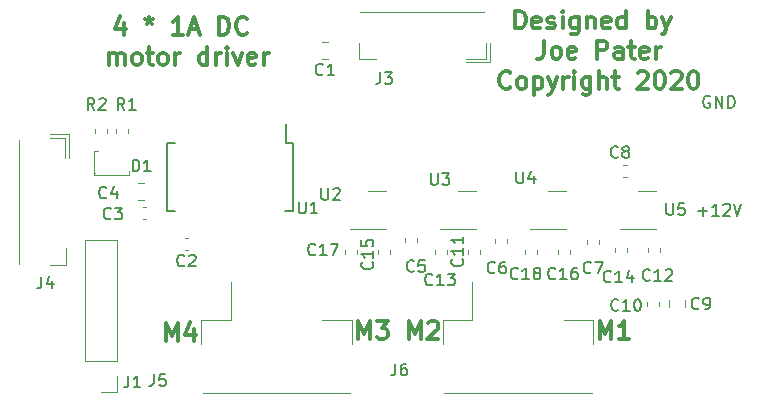
<source format=gbr>
%TF.GenerationSoftware,KiCad,Pcbnew,5.1.6-1.fc32*%
%TF.CreationDate,2020-07-03T14:53:20+01:00*%
%TF.ProjectId,4dc,3464632e-6b69-4636-9164-5f7063625858,rev?*%
%TF.SameCoordinates,Original*%
%TF.FileFunction,Legend,Top*%
%TF.FilePolarity,Positive*%
%FSLAX46Y46*%
G04 Gerber Fmt 4.6, Leading zero omitted, Abs format (unit mm)*
G04 Created by KiCad (PCBNEW 5.1.6-1.fc32) date 2020-07-03 14:53:20*
%MOMM*%
%LPD*%
G01*
G04 APERTURE LIST*
%ADD10C,0.300000*%
%ADD11C,0.120000*%
%ADD12C,0.150000*%
G04 APERTURE END LIST*
D10*
X136342857Y-105834571D02*
X136342857Y-104334571D01*
X136842857Y-105406000D01*
X137342857Y-104334571D01*
X137342857Y-105834571D01*
X137914285Y-104334571D02*
X138842857Y-104334571D01*
X138342857Y-104906000D01*
X138557142Y-104906000D01*
X138700000Y-104977428D01*
X138771428Y-105048857D01*
X138842857Y-105191714D01*
X138842857Y-105548857D01*
X138771428Y-105691714D01*
X138700000Y-105763142D01*
X138557142Y-105834571D01*
X138128571Y-105834571D01*
X137985714Y-105763142D01*
X137914285Y-105691714D01*
X140628571Y-105834571D02*
X140628571Y-104334571D01*
X141128571Y-105406000D01*
X141628571Y-104334571D01*
X141628571Y-105834571D01*
X142271428Y-104477428D02*
X142342857Y-104406000D01*
X142485714Y-104334571D01*
X142842857Y-104334571D01*
X142985714Y-104406000D01*
X143057142Y-104477428D01*
X143128571Y-104620285D01*
X143128571Y-104763142D01*
X143057142Y-104977428D01*
X142200000Y-105834571D01*
X143128571Y-105834571D01*
X156773714Y-105834571D02*
X156773714Y-104334571D01*
X157273714Y-105406000D01*
X157773714Y-104334571D01*
X157773714Y-105834571D01*
X159273714Y-105834571D02*
X158416571Y-105834571D01*
X158845142Y-105834571D02*
X158845142Y-104334571D01*
X158702285Y-104548857D01*
X158559428Y-104691714D01*
X158416571Y-104763142D01*
X120070714Y-105961571D02*
X120070714Y-104461571D01*
X120570714Y-105533000D01*
X121070714Y-104461571D01*
X121070714Y-105961571D01*
X122427857Y-104961571D02*
X122427857Y-105961571D01*
X122070714Y-104390142D02*
X121713571Y-105461571D01*
X122642142Y-105461571D01*
X149646571Y-79535571D02*
X149646571Y-78035571D01*
X150003714Y-78035571D01*
X150218000Y-78107000D01*
X150360857Y-78249857D01*
X150432285Y-78392714D01*
X150503714Y-78678428D01*
X150503714Y-78892714D01*
X150432285Y-79178428D01*
X150360857Y-79321285D01*
X150218000Y-79464142D01*
X150003714Y-79535571D01*
X149646571Y-79535571D01*
X151718000Y-79464142D02*
X151575142Y-79535571D01*
X151289428Y-79535571D01*
X151146571Y-79464142D01*
X151075142Y-79321285D01*
X151075142Y-78749857D01*
X151146571Y-78607000D01*
X151289428Y-78535571D01*
X151575142Y-78535571D01*
X151718000Y-78607000D01*
X151789428Y-78749857D01*
X151789428Y-78892714D01*
X151075142Y-79035571D01*
X152360857Y-79464142D02*
X152503714Y-79535571D01*
X152789428Y-79535571D01*
X152932285Y-79464142D01*
X153003714Y-79321285D01*
X153003714Y-79249857D01*
X152932285Y-79107000D01*
X152789428Y-79035571D01*
X152575142Y-79035571D01*
X152432285Y-78964142D01*
X152360857Y-78821285D01*
X152360857Y-78749857D01*
X152432285Y-78607000D01*
X152575142Y-78535571D01*
X152789428Y-78535571D01*
X152932285Y-78607000D01*
X153646571Y-79535571D02*
X153646571Y-78535571D01*
X153646571Y-78035571D02*
X153575142Y-78107000D01*
X153646571Y-78178428D01*
X153718000Y-78107000D01*
X153646571Y-78035571D01*
X153646571Y-78178428D01*
X155003714Y-78535571D02*
X155003714Y-79749857D01*
X154932285Y-79892714D01*
X154860857Y-79964142D01*
X154718000Y-80035571D01*
X154503714Y-80035571D01*
X154360857Y-79964142D01*
X155003714Y-79464142D02*
X154860857Y-79535571D01*
X154575142Y-79535571D01*
X154432285Y-79464142D01*
X154360857Y-79392714D01*
X154289428Y-79249857D01*
X154289428Y-78821285D01*
X154360857Y-78678428D01*
X154432285Y-78607000D01*
X154575142Y-78535571D01*
X154860857Y-78535571D01*
X155003714Y-78607000D01*
X155718000Y-78535571D02*
X155718000Y-79535571D01*
X155718000Y-78678428D02*
X155789428Y-78607000D01*
X155932285Y-78535571D01*
X156146571Y-78535571D01*
X156289428Y-78607000D01*
X156360857Y-78749857D01*
X156360857Y-79535571D01*
X157646571Y-79464142D02*
X157503714Y-79535571D01*
X157218000Y-79535571D01*
X157075142Y-79464142D01*
X157003714Y-79321285D01*
X157003714Y-78749857D01*
X157075142Y-78607000D01*
X157218000Y-78535571D01*
X157503714Y-78535571D01*
X157646571Y-78607000D01*
X157718000Y-78749857D01*
X157718000Y-78892714D01*
X157003714Y-79035571D01*
X159003714Y-79535571D02*
X159003714Y-78035571D01*
X159003714Y-79464142D02*
X158860857Y-79535571D01*
X158575142Y-79535571D01*
X158432285Y-79464142D01*
X158360857Y-79392714D01*
X158289428Y-79249857D01*
X158289428Y-78821285D01*
X158360857Y-78678428D01*
X158432285Y-78607000D01*
X158575142Y-78535571D01*
X158860857Y-78535571D01*
X159003714Y-78607000D01*
X160860857Y-79535571D02*
X160860857Y-78035571D01*
X160860857Y-78607000D02*
X161003714Y-78535571D01*
X161289428Y-78535571D01*
X161432285Y-78607000D01*
X161503714Y-78678428D01*
X161575142Y-78821285D01*
X161575142Y-79249857D01*
X161503714Y-79392714D01*
X161432285Y-79464142D01*
X161289428Y-79535571D01*
X161003714Y-79535571D01*
X160860857Y-79464142D01*
X162075142Y-78535571D02*
X162432285Y-79535571D01*
X162789428Y-78535571D02*
X162432285Y-79535571D01*
X162289428Y-79892714D01*
X162218000Y-79964142D01*
X162075142Y-80035571D01*
X152075142Y-80585571D02*
X152075142Y-81657000D01*
X152003714Y-81871285D01*
X151860857Y-82014142D01*
X151646571Y-82085571D01*
X151503714Y-82085571D01*
X153003714Y-82085571D02*
X152860857Y-82014142D01*
X152789428Y-81942714D01*
X152718000Y-81799857D01*
X152718000Y-81371285D01*
X152789428Y-81228428D01*
X152860857Y-81157000D01*
X153003714Y-81085571D01*
X153218000Y-81085571D01*
X153360857Y-81157000D01*
X153432285Y-81228428D01*
X153503714Y-81371285D01*
X153503714Y-81799857D01*
X153432285Y-81942714D01*
X153360857Y-82014142D01*
X153218000Y-82085571D01*
X153003714Y-82085571D01*
X154718000Y-82014142D02*
X154575142Y-82085571D01*
X154289428Y-82085571D01*
X154146571Y-82014142D01*
X154075142Y-81871285D01*
X154075142Y-81299857D01*
X154146571Y-81157000D01*
X154289428Y-81085571D01*
X154575142Y-81085571D01*
X154718000Y-81157000D01*
X154789428Y-81299857D01*
X154789428Y-81442714D01*
X154075142Y-81585571D01*
X156575142Y-82085571D02*
X156575142Y-80585571D01*
X157146571Y-80585571D01*
X157289428Y-80657000D01*
X157360857Y-80728428D01*
X157432285Y-80871285D01*
X157432285Y-81085571D01*
X157360857Y-81228428D01*
X157289428Y-81299857D01*
X157146571Y-81371285D01*
X156575142Y-81371285D01*
X158718000Y-82085571D02*
X158718000Y-81299857D01*
X158646571Y-81157000D01*
X158503714Y-81085571D01*
X158218000Y-81085571D01*
X158075142Y-81157000D01*
X158718000Y-82014142D02*
X158575142Y-82085571D01*
X158218000Y-82085571D01*
X158075142Y-82014142D01*
X158003714Y-81871285D01*
X158003714Y-81728428D01*
X158075142Y-81585571D01*
X158218000Y-81514142D01*
X158575142Y-81514142D01*
X158718000Y-81442714D01*
X159218000Y-81085571D02*
X159789428Y-81085571D01*
X159432285Y-80585571D02*
X159432285Y-81871285D01*
X159503714Y-82014142D01*
X159646571Y-82085571D01*
X159789428Y-82085571D01*
X160860857Y-82014142D02*
X160718000Y-82085571D01*
X160432285Y-82085571D01*
X160289428Y-82014142D01*
X160218000Y-81871285D01*
X160218000Y-81299857D01*
X160289428Y-81157000D01*
X160432285Y-81085571D01*
X160718000Y-81085571D01*
X160860857Y-81157000D01*
X160932285Y-81299857D01*
X160932285Y-81442714D01*
X160218000Y-81585571D01*
X161575142Y-82085571D02*
X161575142Y-81085571D01*
X161575142Y-81371285D02*
X161646571Y-81228428D01*
X161718000Y-81157000D01*
X161860857Y-81085571D01*
X162003714Y-81085571D01*
X149218000Y-84492714D02*
X149146571Y-84564142D01*
X148932285Y-84635571D01*
X148789428Y-84635571D01*
X148575142Y-84564142D01*
X148432285Y-84421285D01*
X148360857Y-84278428D01*
X148289428Y-83992714D01*
X148289428Y-83778428D01*
X148360857Y-83492714D01*
X148432285Y-83349857D01*
X148575142Y-83207000D01*
X148789428Y-83135571D01*
X148932285Y-83135571D01*
X149146571Y-83207000D01*
X149218000Y-83278428D01*
X150075142Y-84635571D02*
X149932285Y-84564142D01*
X149860857Y-84492714D01*
X149789428Y-84349857D01*
X149789428Y-83921285D01*
X149860857Y-83778428D01*
X149932285Y-83707000D01*
X150075142Y-83635571D01*
X150289428Y-83635571D01*
X150432285Y-83707000D01*
X150503714Y-83778428D01*
X150575142Y-83921285D01*
X150575142Y-84349857D01*
X150503714Y-84492714D01*
X150432285Y-84564142D01*
X150289428Y-84635571D01*
X150075142Y-84635571D01*
X151218000Y-83635571D02*
X151218000Y-85135571D01*
X151218000Y-83707000D02*
X151360857Y-83635571D01*
X151646571Y-83635571D01*
X151789428Y-83707000D01*
X151860857Y-83778428D01*
X151932285Y-83921285D01*
X151932285Y-84349857D01*
X151860857Y-84492714D01*
X151789428Y-84564142D01*
X151646571Y-84635571D01*
X151360857Y-84635571D01*
X151218000Y-84564142D01*
X152432285Y-83635571D02*
X152789428Y-84635571D01*
X153146571Y-83635571D02*
X152789428Y-84635571D01*
X152646571Y-84992714D01*
X152575142Y-85064142D01*
X152432285Y-85135571D01*
X153718000Y-84635571D02*
X153718000Y-83635571D01*
X153718000Y-83921285D02*
X153789428Y-83778428D01*
X153860857Y-83707000D01*
X154003714Y-83635571D01*
X154146571Y-83635571D01*
X154646571Y-84635571D02*
X154646571Y-83635571D01*
X154646571Y-83135571D02*
X154575142Y-83207000D01*
X154646571Y-83278428D01*
X154718000Y-83207000D01*
X154646571Y-83135571D01*
X154646571Y-83278428D01*
X156003714Y-83635571D02*
X156003714Y-84849857D01*
X155932285Y-84992714D01*
X155860857Y-85064142D01*
X155718000Y-85135571D01*
X155503714Y-85135571D01*
X155360857Y-85064142D01*
X156003714Y-84564142D02*
X155860857Y-84635571D01*
X155575142Y-84635571D01*
X155432285Y-84564142D01*
X155360857Y-84492714D01*
X155289428Y-84349857D01*
X155289428Y-83921285D01*
X155360857Y-83778428D01*
X155432285Y-83707000D01*
X155575142Y-83635571D01*
X155860857Y-83635571D01*
X156003714Y-83707000D01*
X156718000Y-84635571D02*
X156718000Y-83135571D01*
X157360857Y-84635571D02*
X157360857Y-83849857D01*
X157289428Y-83707000D01*
X157146571Y-83635571D01*
X156932285Y-83635571D01*
X156789428Y-83707000D01*
X156718000Y-83778428D01*
X157860857Y-83635571D02*
X158432285Y-83635571D01*
X158075142Y-83135571D02*
X158075142Y-84421285D01*
X158146571Y-84564142D01*
X158289428Y-84635571D01*
X158432285Y-84635571D01*
X160003714Y-83278428D02*
X160075142Y-83207000D01*
X160218000Y-83135571D01*
X160575142Y-83135571D01*
X160718000Y-83207000D01*
X160789428Y-83278428D01*
X160860857Y-83421285D01*
X160860857Y-83564142D01*
X160789428Y-83778428D01*
X159932285Y-84635571D01*
X160860857Y-84635571D01*
X161789428Y-83135571D02*
X161932285Y-83135571D01*
X162075142Y-83207000D01*
X162146571Y-83278428D01*
X162218000Y-83421285D01*
X162289428Y-83707000D01*
X162289428Y-84064142D01*
X162218000Y-84349857D01*
X162146571Y-84492714D01*
X162075142Y-84564142D01*
X161932285Y-84635571D01*
X161789428Y-84635571D01*
X161646571Y-84564142D01*
X161575142Y-84492714D01*
X161503714Y-84349857D01*
X161432285Y-84064142D01*
X161432285Y-83707000D01*
X161503714Y-83421285D01*
X161575142Y-83278428D01*
X161646571Y-83207000D01*
X161789428Y-83135571D01*
X162860857Y-83278428D02*
X162932285Y-83207000D01*
X163075142Y-83135571D01*
X163432285Y-83135571D01*
X163575142Y-83207000D01*
X163646571Y-83278428D01*
X163718000Y-83421285D01*
X163718000Y-83564142D01*
X163646571Y-83778428D01*
X162789428Y-84635571D01*
X163718000Y-84635571D01*
X164646571Y-83135571D02*
X164789428Y-83135571D01*
X164932285Y-83207000D01*
X165003714Y-83278428D01*
X165075142Y-83421285D01*
X165146571Y-83707000D01*
X165146571Y-84064142D01*
X165075142Y-84349857D01*
X165003714Y-84492714D01*
X164932285Y-84564142D01*
X164789428Y-84635571D01*
X164646571Y-84635571D01*
X164503714Y-84564142D01*
X164432285Y-84492714D01*
X164360857Y-84349857D01*
X164289428Y-84064142D01*
X164289428Y-83707000D01*
X164360857Y-83421285D01*
X164432285Y-83278428D01*
X164503714Y-83207000D01*
X164646571Y-83135571D01*
X116491428Y-79048571D02*
X116491428Y-80048571D01*
X116134285Y-78477142D02*
X115777142Y-79548571D01*
X116705714Y-79548571D01*
X118634285Y-78548571D02*
X118634285Y-78905714D01*
X118277142Y-78762857D02*
X118634285Y-78905714D01*
X118991428Y-78762857D01*
X118420000Y-79191428D02*
X118634285Y-78905714D01*
X118848571Y-79191428D01*
X121491428Y-80048571D02*
X120634285Y-80048571D01*
X121062857Y-80048571D02*
X121062857Y-78548571D01*
X120920000Y-78762857D01*
X120777142Y-78905714D01*
X120634285Y-78977142D01*
X122062857Y-79620000D02*
X122777142Y-79620000D01*
X121920000Y-80048571D02*
X122420000Y-78548571D01*
X122920000Y-80048571D01*
X124562857Y-80048571D02*
X124562857Y-78548571D01*
X124920000Y-78548571D01*
X125134285Y-78620000D01*
X125277142Y-78762857D01*
X125348571Y-78905714D01*
X125420000Y-79191428D01*
X125420000Y-79405714D01*
X125348571Y-79691428D01*
X125277142Y-79834285D01*
X125134285Y-79977142D01*
X124920000Y-80048571D01*
X124562857Y-80048571D01*
X126920000Y-79905714D02*
X126848571Y-79977142D01*
X126634285Y-80048571D01*
X126491428Y-80048571D01*
X126277142Y-79977142D01*
X126134285Y-79834285D01*
X126062857Y-79691428D01*
X125991428Y-79405714D01*
X125991428Y-79191428D01*
X126062857Y-78905714D01*
X126134285Y-78762857D01*
X126277142Y-78620000D01*
X126491428Y-78548571D01*
X126634285Y-78548571D01*
X126848571Y-78620000D01*
X126920000Y-78691428D01*
X115277142Y-82598571D02*
X115277142Y-81598571D01*
X115277142Y-81741428D02*
X115348571Y-81670000D01*
X115491428Y-81598571D01*
X115705714Y-81598571D01*
X115848571Y-81670000D01*
X115920000Y-81812857D01*
X115920000Y-82598571D01*
X115920000Y-81812857D02*
X115991428Y-81670000D01*
X116134285Y-81598571D01*
X116348571Y-81598571D01*
X116491428Y-81670000D01*
X116562857Y-81812857D01*
X116562857Y-82598571D01*
X117491428Y-82598571D02*
X117348571Y-82527142D01*
X117277142Y-82455714D01*
X117205714Y-82312857D01*
X117205714Y-81884285D01*
X117277142Y-81741428D01*
X117348571Y-81670000D01*
X117491428Y-81598571D01*
X117705714Y-81598571D01*
X117848571Y-81670000D01*
X117920000Y-81741428D01*
X117991428Y-81884285D01*
X117991428Y-82312857D01*
X117920000Y-82455714D01*
X117848571Y-82527142D01*
X117705714Y-82598571D01*
X117491428Y-82598571D01*
X118420000Y-81598571D02*
X118991428Y-81598571D01*
X118634285Y-81098571D02*
X118634285Y-82384285D01*
X118705714Y-82527142D01*
X118848571Y-82598571D01*
X118991428Y-82598571D01*
X119705714Y-82598571D02*
X119562857Y-82527142D01*
X119491428Y-82455714D01*
X119420000Y-82312857D01*
X119420000Y-81884285D01*
X119491428Y-81741428D01*
X119562857Y-81670000D01*
X119705714Y-81598571D01*
X119920000Y-81598571D01*
X120062857Y-81670000D01*
X120134285Y-81741428D01*
X120205714Y-81884285D01*
X120205714Y-82312857D01*
X120134285Y-82455714D01*
X120062857Y-82527142D01*
X119920000Y-82598571D01*
X119705714Y-82598571D01*
X120848571Y-82598571D02*
X120848571Y-81598571D01*
X120848571Y-81884285D02*
X120920000Y-81741428D01*
X120991428Y-81670000D01*
X121134285Y-81598571D01*
X121277142Y-81598571D01*
X123562857Y-82598571D02*
X123562857Y-81098571D01*
X123562857Y-82527142D02*
X123420000Y-82598571D01*
X123134285Y-82598571D01*
X122991428Y-82527142D01*
X122920000Y-82455714D01*
X122848571Y-82312857D01*
X122848571Y-81884285D01*
X122920000Y-81741428D01*
X122991428Y-81670000D01*
X123134285Y-81598571D01*
X123420000Y-81598571D01*
X123562857Y-81670000D01*
X124277142Y-82598571D02*
X124277142Y-81598571D01*
X124277142Y-81884285D02*
X124348571Y-81741428D01*
X124420000Y-81670000D01*
X124562857Y-81598571D01*
X124705714Y-81598571D01*
X125205714Y-82598571D02*
X125205714Y-81598571D01*
X125205714Y-81098571D02*
X125134285Y-81170000D01*
X125205714Y-81241428D01*
X125277142Y-81170000D01*
X125205714Y-81098571D01*
X125205714Y-81241428D01*
X125777142Y-81598571D02*
X126134285Y-82598571D01*
X126491428Y-81598571D01*
X127634285Y-82527142D02*
X127491428Y-82598571D01*
X127205714Y-82598571D01*
X127062857Y-82527142D01*
X126991428Y-82384285D01*
X126991428Y-81812857D01*
X127062857Y-81670000D01*
X127205714Y-81598571D01*
X127491428Y-81598571D01*
X127634285Y-81670000D01*
X127705714Y-81812857D01*
X127705714Y-81955714D01*
X126991428Y-82098571D01*
X128348571Y-82598571D02*
X128348571Y-81598571D01*
X128348571Y-81884285D02*
X128420000Y-81741428D01*
X128491428Y-81670000D01*
X128634285Y-81598571D01*
X128777142Y-81598571D01*
D11*
%TO.C,C3*%
X118399779Y-94613000D02*
X118074221Y-94613000D01*
X118399779Y-95633000D02*
X118074221Y-95633000D01*
%TO.C,C2*%
X121955779Y-97280000D02*
X121630221Y-97280000D01*
X121955779Y-98300000D02*
X121630221Y-98300000D01*
%TO.C,U3*%
X143280000Y-96479000D02*
X146280000Y-96479000D01*
X144780000Y-93259000D02*
X146280000Y-93259000D01*
%TO.C,U4*%
X150900000Y-96479000D02*
X153900000Y-96479000D01*
X152400000Y-93259000D02*
X153900000Y-93259000D01*
%TO.C,U5*%
X158520000Y-96479000D02*
X161520000Y-96479000D01*
X160020000Y-93259000D02*
X161520000Y-93259000D01*
%TO.C,U2*%
X135660000Y-96479000D02*
X138660000Y-96479000D01*
X137160000Y-93259000D02*
X138660000Y-93259000D01*
D12*
%TO.C,U1*%
X130226000Y-89200000D02*
X130226000Y-87600000D01*
X120151000Y-89200000D02*
X120151000Y-94950000D01*
X130801000Y-89200000D02*
X130801000Y-94950000D01*
X120151000Y-89200000D02*
X120801000Y-89200000D01*
X120151000Y-94950000D02*
X120801000Y-94950000D01*
X130801000Y-94950000D02*
X130151000Y-94950000D01*
X130801000Y-89200000D02*
X130226000Y-89200000D01*
D11*
%TO.C,R2*%
X114044000Y-88076721D02*
X114044000Y-88402279D01*
X115064000Y-88076721D02*
X115064000Y-88402279D01*
%TO.C,R1*%
X115822000Y-88076721D02*
X115822000Y-88402279D01*
X116842000Y-88076721D02*
X116842000Y-88402279D01*
%TO.C,J6*%
X143610000Y-110370000D02*
X156110000Y-110370000D01*
X156220000Y-104250000D02*
X153720000Y-104250000D01*
X156220000Y-106250000D02*
X156220000Y-104250000D01*
X146000000Y-104250000D02*
X146000000Y-101010000D01*
X143500000Y-104250000D02*
X146000000Y-104250000D01*
X143500000Y-106250000D02*
X143500000Y-104250000D01*
%TO.C,J5*%
X123163000Y-110370000D02*
X135663000Y-110370000D01*
X135773000Y-104250000D02*
X133273000Y-104250000D01*
X135773000Y-106250000D02*
X135773000Y-104250000D01*
X125553000Y-104250000D02*
X125553000Y-101010000D01*
X123053000Y-104250000D02*
X125553000Y-104250000D01*
X123053000Y-106250000D02*
X123053000Y-104250000D01*
%TO.C,J4*%
X111852000Y-88484000D02*
X111852000Y-90534000D01*
X110202000Y-88484000D02*
X111852000Y-88484000D01*
X110202000Y-88834000D02*
X111552000Y-88834000D01*
X111552000Y-88834000D02*
X111552000Y-90534000D01*
X111602000Y-98084000D02*
X111602000Y-99584000D01*
X111602000Y-99584000D02*
X110202000Y-99584000D01*
X107602000Y-88984000D02*
X107602000Y-99484000D01*
%TO.C,J3*%
X147482000Y-82388000D02*
X145432000Y-82388000D01*
X147482000Y-80738000D02*
X147482000Y-82388000D01*
X147132000Y-80738000D02*
X147132000Y-82088000D01*
X147132000Y-82088000D02*
X145432000Y-82088000D01*
X137882000Y-82138000D02*
X136382000Y-82138000D01*
X136382000Y-82138000D02*
X136382000Y-80738000D01*
X146982000Y-78138000D02*
X136482000Y-78138000D01*
%TO.C,J1*%
X115884000Y-110296000D02*
X114554000Y-110296000D01*
X115884000Y-108966000D02*
X115884000Y-110296000D01*
X115884000Y-107696000D02*
X113224000Y-107696000D01*
X113224000Y-107696000D02*
X113224000Y-97476000D01*
X115884000Y-107696000D02*
X115884000Y-97476000D01*
X115884000Y-97476000D02*
X113224000Y-97476000D01*
%TO.C,D1*%
X114104000Y-91790000D02*
G75*
G03*
X114104000Y-91790000I-25000J0D01*
G01*
X113929000Y-89940000D02*
X114279000Y-89940000D01*
X113929000Y-91940000D02*
X113929000Y-89940000D01*
X116929000Y-91940000D02*
X113929000Y-91940000D01*
X116929000Y-91640000D02*
X116929000Y-91940000D01*
%TO.C,C18*%
X150493000Y-98262221D02*
X150493000Y-98587779D01*
X151513000Y-98262221D02*
X151513000Y-98587779D01*
%TO.C,C17*%
X135253000Y-98262221D02*
X135253000Y-98587779D01*
X136273000Y-98262221D02*
X136273000Y-98587779D01*
%TO.C,C16*%
X153287000Y-98262221D02*
X153287000Y-98587779D01*
X154307000Y-98262221D02*
X154307000Y-98587779D01*
%TO.C,C15*%
X138047000Y-98262221D02*
X138047000Y-98587779D01*
X139067000Y-98262221D02*
X139067000Y-98587779D01*
%TO.C,C14*%
X158113000Y-98135221D02*
X158113000Y-98460779D01*
X159133000Y-98135221D02*
X159133000Y-98460779D01*
%TO.C,C13*%
X142873000Y-98262221D02*
X142873000Y-98587779D01*
X143893000Y-98262221D02*
X143893000Y-98587779D01*
%TO.C,C12*%
X160907000Y-98135221D02*
X160907000Y-98460779D01*
X161927000Y-98135221D02*
X161927000Y-98460779D01*
%TO.C,C11*%
X145667000Y-98262221D02*
X145667000Y-98587779D01*
X146687000Y-98262221D02*
X146687000Y-98587779D01*
%TO.C,C10*%
X160780000Y-102681721D02*
X160780000Y-103007279D01*
X161800000Y-102681721D02*
X161800000Y-103007279D01*
%TO.C,C9*%
X162612000Y-102562922D02*
X162612000Y-103080078D01*
X164032000Y-102562922D02*
X164032000Y-103080078D01*
%TO.C,C8*%
X159065279Y-91057000D02*
X158739721Y-91057000D01*
X159065279Y-92077000D02*
X158739721Y-92077000D01*
%TO.C,C7*%
X155700000Y-97474721D02*
X155700000Y-97800279D01*
X156720000Y-97474721D02*
X156720000Y-97800279D01*
%TO.C,C6*%
X147953000Y-97373221D02*
X147953000Y-97698779D01*
X148973000Y-97373221D02*
X148973000Y-97698779D01*
%TO.C,C5*%
X140333000Y-97271721D02*
X140333000Y-97597279D01*
X141353000Y-97271721D02*
X141353000Y-97597279D01*
%TO.C,C4*%
X118241578Y-92635000D02*
X117724422Y-92635000D01*
X118241578Y-94055000D02*
X117724422Y-94055000D01*
%TO.C,C1*%
X133784078Y-80697000D02*
X133266922Y-80697000D01*
X133784078Y-82117000D02*
X133266922Y-82117000D01*
%TO.C,C3*%
D12*
X115403333Y-95607142D02*
X115355714Y-95654761D01*
X115212857Y-95702380D01*
X115117619Y-95702380D01*
X114974761Y-95654761D01*
X114879523Y-95559523D01*
X114831904Y-95464285D01*
X114784285Y-95273809D01*
X114784285Y-95130952D01*
X114831904Y-94940476D01*
X114879523Y-94845238D01*
X114974761Y-94750000D01*
X115117619Y-94702380D01*
X115212857Y-94702380D01*
X115355714Y-94750000D01*
X115403333Y-94797619D01*
X115736666Y-94702380D02*
X116355714Y-94702380D01*
X116022380Y-95083333D01*
X116165238Y-95083333D01*
X116260476Y-95130952D01*
X116308095Y-95178571D01*
X116355714Y-95273809D01*
X116355714Y-95511904D01*
X116308095Y-95607142D01*
X116260476Y-95654761D01*
X116165238Y-95702380D01*
X115879523Y-95702380D01*
X115784285Y-95654761D01*
X115736666Y-95607142D01*
%TO.C,C2*%
X121626333Y-99577142D02*
X121578714Y-99624761D01*
X121435857Y-99672380D01*
X121340619Y-99672380D01*
X121197761Y-99624761D01*
X121102523Y-99529523D01*
X121054904Y-99434285D01*
X121007285Y-99243809D01*
X121007285Y-99100952D01*
X121054904Y-98910476D01*
X121102523Y-98815238D01*
X121197761Y-98720000D01*
X121340619Y-98672380D01*
X121435857Y-98672380D01*
X121578714Y-98720000D01*
X121626333Y-98767619D01*
X122007285Y-98767619D02*
X122054904Y-98720000D01*
X122150142Y-98672380D01*
X122388238Y-98672380D01*
X122483476Y-98720000D01*
X122531095Y-98767619D01*
X122578714Y-98862857D01*
X122578714Y-98958095D01*
X122531095Y-99100952D01*
X121959666Y-99672380D01*
X122578714Y-99672380D01*
%TO.C,U3*%
X142494095Y-91781380D02*
X142494095Y-92590904D01*
X142541714Y-92686142D01*
X142589333Y-92733761D01*
X142684571Y-92781380D01*
X142875047Y-92781380D01*
X142970285Y-92733761D01*
X143017904Y-92686142D01*
X143065523Y-92590904D01*
X143065523Y-91781380D01*
X143446476Y-91781380D02*
X144065523Y-91781380D01*
X143732190Y-92162333D01*
X143875047Y-92162333D01*
X143970285Y-92209952D01*
X144017904Y-92257571D01*
X144065523Y-92352809D01*
X144065523Y-92590904D01*
X144017904Y-92686142D01*
X143970285Y-92733761D01*
X143875047Y-92781380D01*
X143589333Y-92781380D01*
X143494095Y-92733761D01*
X143446476Y-92686142D01*
%TO.C,U4*%
X149733095Y-91654380D02*
X149733095Y-92463904D01*
X149780714Y-92559142D01*
X149828333Y-92606761D01*
X149923571Y-92654380D01*
X150114047Y-92654380D01*
X150209285Y-92606761D01*
X150256904Y-92559142D01*
X150304523Y-92463904D01*
X150304523Y-91654380D01*
X151209285Y-91987714D02*
X151209285Y-92654380D01*
X150971190Y-91606761D02*
X150733095Y-92321047D01*
X151352142Y-92321047D01*
%TO.C,U5*%
X162433095Y-94321380D02*
X162433095Y-95130904D01*
X162480714Y-95226142D01*
X162528333Y-95273761D01*
X162623571Y-95321380D01*
X162814047Y-95321380D01*
X162909285Y-95273761D01*
X162956904Y-95226142D01*
X163004523Y-95130904D01*
X163004523Y-94321380D01*
X163956904Y-94321380D02*
X163480714Y-94321380D01*
X163433095Y-94797571D01*
X163480714Y-94749952D01*
X163575952Y-94702333D01*
X163814047Y-94702333D01*
X163909285Y-94749952D01*
X163956904Y-94797571D01*
X164004523Y-94892809D01*
X164004523Y-95130904D01*
X163956904Y-95226142D01*
X163909285Y-95273761D01*
X163814047Y-95321380D01*
X163575952Y-95321380D01*
X163480714Y-95273761D01*
X163433095Y-95226142D01*
%TO.C,U2*%
X133223095Y-93051380D02*
X133223095Y-93860904D01*
X133270714Y-93956142D01*
X133318333Y-94003761D01*
X133413571Y-94051380D01*
X133604047Y-94051380D01*
X133699285Y-94003761D01*
X133746904Y-93956142D01*
X133794523Y-93860904D01*
X133794523Y-93051380D01*
X134223095Y-93146619D02*
X134270714Y-93099000D01*
X134365952Y-93051380D01*
X134604047Y-93051380D01*
X134699285Y-93099000D01*
X134746904Y-93146619D01*
X134794523Y-93241857D01*
X134794523Y-93337095D01*
X134746904Y-93479952D01*
X134175476Y-94051380D01*
X134794523Y-94051380D01*
%TO.C,U1*%
X131318095Y-94194380D02*
X131318095Y-95003904D01*
X131365714Y-95099142D01*
X131413333Y-95146761D01*
X131508571Y-95194380D01*
X131699047Y-95194380D01*
X131794285Y-95146761D01*
X131841904Y-95099142D01*
X131889523Y-95003904D01*
X131889523Y-94194380D01*
X132889523Y-95194380D02*
X132318095Y-95194380D01*
X132603809Y-95194380D02*
X132603809Y-94194380D01*
X132508571Y-94337238D01*
X132413333Y-94432476D01*
X132318095Y-94480095D01*
%TO.C,R2*%
X114006333Y-86431380D02*
X113673000Y-85955190D01*
X113434904Y-86431380D02*
X113434904Y-85431380D01*
X113815857Y-85431380D01*
X113911095Y-85479000D01*
X113958714Y-85526619D01*
X114006333Y-85621857D01*
X114006333Y-85764714D01*
X113958714Y-85859952D01*
X113911095Y-85907571D01*
X113815857Y-85955190D01*
X113434904Y-85955190D01*
X114387285Y-85526619D02*
X114434904Y-85479000D01*
X114530142Y-85431380D01*
X114768238Y-85431380D01*
X114863476Y-85479000D01*
X114911095Y-85526619D01*
X114958714Y-85621857D01*
X114958714Y-85717095D01*
X114911095Y-85859952D01*
X114339666Y-86431380D01*
X114958714Y-86431380D01*
%TO.C,R1*%
X116546333Y-86431380D02*
X116213000Y-85955190D01*
X115974904Y-86431380D02*
X115974904Y-85431380D01*
X116355857Y-85431380D01*
X116451095Y-85479000D01*
X116498714Y-85526619D01*
X116546333Y-85621857D01*
X116546333Y-85764714D01*
X116498714Y-85859952D01*
X116451095Y-85907571D01*
X116355857Y-85955190D01*
X115974904Y-85955190D01*
X117498714Y-86431380D02*
X116927285Y-86431380D01*
X117213000Y-86431380D02*
X117213000Y-85431380D01*
X117117761Y-85574238D01*
X117022523Y-85669476D01*
X116927285Y-85717095D01*
%TO.C,J6*%
X139493666Y-107910380D02*
X139493666Y-108624666D01*
X139446047Y-108767523D01*
X139350809Y-108862761D01*
X139207952Y-108910380D01*
X139112714Y-108910380D01*
X140398428Y-107910380D02*
X140207952Y-107910380D01*
X140112714Y-107958000D01*
X140065095Y-108005619D01*
X139969857Y-108148476D01*
X139922238Y-108338952D01*
X139922238Y-108719904D01*
X139969857Y-108815142D01*
X140017476Y-108862761D01*
X140112714Y-108910380D01*
X140303190Y-108910380D01*
X140398428Y-108862761D01*
X140446047Y-108815142D01*
X140493666Y-108719904D01*
X140493666Y-108481809D01*
X140446047Y-108386571D01*
X140398428Y-108338952D01*
X140303190Y-108291333D01*
X140112714Y-108291333D01*
X140017476Y-108338952D01*
X139969857Y-108386571D01*
X139922238Y-108481809D01*
%TO.C,J5*%
X119046666Y-108799380D02*
X119046666Y-109513666D01*
X118999047Y-109656523D01*
X118903809Y-109751761D01*
X118760952Y-109799380D01*
X118665714Y-109799380D01*
X119999047Y-108799380D02*
X119522857Y-108799380D01*
X119475238Y-109275571D01*
X119522857Y-109227952D01*
X119618095Y-109180333D01*
X119856190Y-109180333D01*
X119951428Y-109227952D01*
X119999047Y-109275571D01*
X120046666Y-109370809D01*
X120046666Y-109608904D01*
X119999047Y-109704142D01*
X119951428Y-109751761D01*
X119856190Y-109799380D01*
X119618095Y-109799380D01*
X119522857Y-109751761D01*
X119475238Y-109704142D01*
%TO.C,J4*%
X109521666Y-100544380D02*
X109521666Y-101258666D01*
X109474047Y-101401523D01*
X109378809Y-101496761D01*
X109235952Y-101544380D01*
X109140714Y-101544380D01*
X110426428Y-100877714D02*
X110426428Y-101544380D01*
X110188333Y-100496761D02*
X109950238Y-101211047D01*
X110569285Y-101211047D01*
%TO.C,J3*%
X138198666Y-83240380D02*
X138198666Y-83954666D01*
X138151047Y-84097523D01*
X138055809Y-84192761D01*
X137912952Y-84240380D01*
X137817714Y-84240380D01*
X138579619Y-83240380D02*
X139198666Y-83240380D01*
X138865333Y-83621333D01*
X139008190Y-83621333D01*
X139103428Y-83668952D01*
X139151047Y-83716571D01*
X139198666Y-83811809D01*
X139198666Y-84049904D01*
X139151047Y-84145142D01*
X139103428Y-84192761D01*
X139008190Y-84240380D01*
X138722476Y-84240380D01*
X138627238Y-84192761D01*
X138579619Y-84145142D01*
%TO.C,J1*%
X116887666Y-108926380D02*
X116887666Y-109640666D01*
X116840047Y-109783523D01*
X116744809Y-109878761D01*
X116601952Y-109926380D01*
X116506714Y-109926380D01*
X117887666Y-109926380D02*
X117316238Y-109926380D01*
X117601952Y-109926380D02*
X117601952Y-108926380D01*
X117506714Y-109069238D01*
X117411476Y-109164476D01*
X117316238Y-109212095D01*
%TO.C,D1*%
X117244904Y-91638380D02*
X117244904Y-90638380D01*
X117483000Y-90638380D01*
X117625857Y-90686000D01*
X117721095Y-90781238D01*
X117768714Y-90876476D01*
X117816333Y-91066952D01*
X117816333Y-91209809D01*
X117768714Y-91400285D01*
X117721095Y-91495523D01*
X117625857Y-91590761D01*
X117483000Y-91638380D01*
X117244904Y-91638380D01*
X118768714Y-91638380D02*
X118197285Y-91638380D01*
X118483000Y-91638380D02*
X118483000Y-90638380D01*
X118387761Y-90781238D01*
X118292523Y-90876476D01*
X118197285Y-90924095D01*
%TO.C,C18*%
X149852142Y-100687142D02*
X149804523Y-100734761D01*
X149661666Y-100782380D01*
X149566428Y-100782380D01*
X149423571Y-100734761D01*
X149328333Y-100639523D01*
X149280714Y-100544285D01*
X149233095Y-100353809D01*
X149233095Y-100210952D01*
X149280714Y-100020476D01*
X149328333Y-99925238D01*
X149423571Y-99830000D01*
X149566428Y-99782380D01*
X149661666Y-99782380D01*
X149804523Y-99830000D01*
X149852142Y-99877619D01*
X150804523Y-100782380D02*
X150233095Y-100782380D01*
X150518809Y-100782380D02*
X150518809Y-99782380D01*
X150423571Y-99925238D01*
X150328333Y-100020476D01*
X150233095Y-100068095D01*
X151375952Y-100210952D02*
X151280714Y-100163333D01*
X151233095Y-100115714D01*
X151185476Y-100020476D01*
X151185476Y-99972857D01*
X151233095Y-99877619D01*
X151280714Y-99830000D01*
X151375952Y-99782380D01*
X151566428Y-99782380D01*
X151661666Y-99830000D01*
X151709285Y-99877619D01*
X151756904Y-99972857D01*
X151756904Y-100020476D01*
X151709285Y-100115714D01*
X151661666Y-100163333D01*
X151566428Y-100210952D01*
X151375952Y-100210952D01*
X151280714Y-100258571D01*
X151233095Y-100306190D01*
X151185476Y-100401428D01*
X151185476Y-100591904D01*
X151233095Y-100687142D01*
X151280714Y-100734761D01*
X151375952Y-100782380D01*
X151566428Y-100782380D01*
X151661666Y-100734761D01*
X151709285Y-100687142D01*
X151756904Y-100591904D01*
X151756904Y-100401428D01*
X151709285Y-100306190D01*
X151661666Y-100258571D01*
X151566428Y-100210952D01*
%TO.C,C17*%
X132707142Y-98655142D02*
X132659523Y-98702761D01*
X132516666Y-98750380D01*
X132421428Y-98750380D01*
X132278571Y-98702761D01*
X132183333Y-98607523D01*
X132135714Y-98512285D01*
X132088095Y-98321809D01*
X132088095Y-98178952D01*
X132135714Y-97988476D01*
X132183333Y-97893238D01*
X132278571Y-97798000D01*
X132421428Y-97750380D01*
X132516666Y-97750380D01*
X132659523Y-97798000D01*
X132707142Y-97845619D01*
X133659523Y-98750380D02*
X133088095Y-98750380D01*
X133373809Y-98750380D02*
X133373809Y-97750380D01*
X133278571Y-97893238D01*
X133183333Y-97988476D01*
X133088095Y-98036095D01*
X133992857Y-97750380D02*
X134659523Y-97750380D01*
X134230952Y-98750380D01*
%TO.C,C16*%
X153027142Y-100687142D02*
X152979523Y-100734761D01*
X152836666Y-100782380D01*
X152741428Y-100782380D01*
X152598571Y-100734761D01*
X152503333Y-100639523D01*
X152455714Y-100544285D01*
X152408095Y-100353809D01*
X152408095Y-100210952D01*
X152455714Y-100020476D01*
X152503333Y-99925238D01*
X152598571Y-99830000D01*
X152741428Y-99782380D01*
X152836666Y-99782380D01*
X152979523Y-99830000D01*
X153027142Y-99877619D01*
X153979523Y-100782380D02*
X153408095Y-100782380D01*
X153693809Y-100782380D02*
X153693809Y-99782380D01*
X153598571Y-99925238D01*
X153503333Y-100020476D01*
X153408095Y-100068095D01*
X154836666Y-99782380D02*
X154646190Y-99782380D01*
X154550952Y-99830000D01*
X154503333Y-99877619D01*
X154408095Y-100020476D01*
X154360476Y-100210952D01*
X154360476Y-100591904D01*
X154408095Y-100687142D01*
X154455714Y-100734761D01*
X154550952Y-100782380D01*
X154741428Y-100782380D01*
X154836666Y-100734761D01*
X154884285Y-100687142D01*
X154931904Y-100591904D01*
X154931904Y-100353809D01*
X154884285Y-100258571D01*
X154836666Y-100210952D01*
X154741428Y-100163333D01*
X154550952Y-100163333D01*
X154455714Y-100210952D01*
X154408095Y-100258571D01*
X154360476Y-100353809D01*
%TO.C,C15*%
X137517142Y-99321857D02*
X137564761Y-99369476D01*
X137612380Y-99512333D01*
X137612380Y-99607571D01*
X137564761Y-99750428D01*
X137469523Y-99845666D01*
X137374285Y-99893285D01*
X137183809Y-99940904D01*
X137040952Y-99940904D01*
X136850476Y-99893285D01*
X136755238Y-99845666D01*
X136660000Y-99750428D01*
X136612380Y-99607571D01*
X136612380Y-99512333D01*
X136660000Y-99369476D01*
X136707619Y-99321857D01*
X137612380Y-98369476D02*
X137612380Y-98940904D01*
X137612380Y-98655190D02*
X136612380Y-98655190D01*
X136755238Y-98750428D01*
X136850476Y-98845666D01*
X136898095Y-98940904D01*
X136612380Y-97464714D02*
X136612380Y-97940904D01*
X137088571Y-97988523D01*
X137040952Y-97940904D01*
X136993333Y-97845666D01*
X136993333Y-97607571D01*
X137040952Y-97512333D01*
X137088571Y-97464714D01*
X137183809Y-97417095D01*
X137421904Y-97417095D01*
X137517142Y-97464714D01*
X137564761Y-97512333D01*
X137612380Y-97607571D01*
X137612380Y-97845666D01*
X137564761Y-97940904D01*
X137517142Y-97988523D01*
%TO.C,C14*%
X157726142Y-100941142D02*
X157678523Y-100988761D01*
X157535666Y-101036380D01*
X157440428Y-101036380D01*
X157297571Y-100988761D01*
X157202333Y-100893523D01*
X157154714Y-100798285D01*
X157107095Y-100607809D01*
X157107095Y-100464952D01*
X157154714Y-100274476D01*
X157202333Y-100179238D01*
X157297571Y-100084000D01*
X157440428Y-100036380D01*
X157535666Y-100036380D01*
X157678523Y-100084000D01*
X157726142Y-100131619D01*
X158678523Y-101036380D02*
X158107095Y-101036380D01*
X158392809Y-101036380D02*
X158392809Y-100036380D01*
X158297571Y-100179238D01*
X158202333Y-100274476D01*
X158107095Y-100322095D01*
X159535666Y-100369714D02*
X159535666Y-101036380D01*
X159297571Y-99988761D02*
X159059476Y-100703047D01*
X159678523Y-100703047D01*
%TO.C,C13*%
X142613142Y-101195142D02*
X142565523Y-101242761D01*
X142422666Y-101290380D01*
X142327428Y-101290380D01*
X142184571Y-101242761D01*
X142089333Y-101147523D01*
X142041714Y-101052285D01*
X141994095Y-100861809D01*
X141994095Y-100718952D01*
X142041714Y-100528476D01*
X142089333Y-100433238D01*
X142184571Y-100338000D01*
X142327428Y-100290380D01*
X142422666Y-100290380D01*
X142565523Y-100338000D01*
X142613142Y-100385619D01*
X143565523Y-101290380D02*
X142994095Y-101290380D01*
X143279809Y-101290380D02*
X143279809Y-100290380D01*
X143184571Y-100433238D01*
X143089333Y-100528476D01*
X142994095Y-100576095D01*
X143898857Y-100290380D02*
X144517904Y-100290380D01*
X144184571Y-100671333D01*
X144327428Y-100671333D01*
X144422666Y-100718952D01*
X144470285Y-100766571D01*
X144517904Y-100861809D01*
X144517904Y-101099904D01*
X144470285Y-101195142D01*
X144422666Y-101242761D01*
X144327428Y-101290380D01*
X144041714Y-101290380D01*
X143946476Y-101242761D01*
X143898857Y-101195142D01*
%TO.C,C12*%
X161028142Y-100814142D02*
X160980523Y-100861761D01*
X160837666Y-100909380D01*
X160742428Y-100909380D01*
X160599571Y-100861761D01*
X160504333Y-100766523D01*
X160456714Y-100671285D01*
X160409095Y-100480809D01*
X160409095Y-100337952D01*
X160456714Y-100147476D01*
X160504333Y-100052238D01*
X160599571Y-99957000D01*
X160742428Y-99909380D01*
X160837666Y-99909380D01*
X160980523Y-99957000D01*
X161028142Y-100004619D01*
X161980523Y-100909380D02*
X161409095Y-100909380D01*
X161694809Y-100909380D02*
X161694809Y-99909380D01*
X161599571Y-100052238D01*
X161504333Y-100147476D01*
X161409095Y-100195095D01*
X162361476Y-100004619D02*
X162409095Y-99957000D01*
X162504333Y-99909380D01*
X162742428Y-99909380D01*
X162837666Y-99957000D01*
X162885285Y-100004619D01*
X162932904Y-100099857D01*
X162932904Y-100195095D01*
X162885285Y-100337952D01*
X162313857Y-100909380D01*
X162932904Y-100909380D01*
%TO.C,C11*%
X145137142Y-99067857D02*
X145184761Y-99115476D01*
X145232380Y-99258333D01*
X145232380Y-99353571D01*
X145184761Y-99496428D01*
X145089523Y-99591666D01*
X144994285Y-99639285D01*
X144803809Y-99686904D01*
X144660952Y-99686904D01*
X144470476Y-99639285D01*
X144375238Y-99591666D01*
X144280000Y-99496428D01*
X144232380Y-99353571D01*
X144232380Y-99258333D01*
X144280000Y-99115476D01*
X144327619Y-99067857D01*
X145232380Y-98115476D02*
X145232380Y-98686904D01*
X145232380Y-98401190D02*
X144232380Y-98401190D01*
X144375238Y-98496428D01*
X144470476Y-98591666D01*
X144518095Y-98686904D01*
X145232380Y-97163095D02*
X145232380Y-97734523D01*
X145232380Y-97448809D02*
X144232380Y-97448809D01*
X144375238Y-97544047D01*
X144470476Y-97639285D01*
X144518095Y-97734523D01*
%TO.C,C10*%
X158361142Y-103354142D02*
X158313523Y-103401761D01*
X158170666Y-103449380D01*
X158075428Y-103449380D01*
X157932571Y-103401761D01*
X157837333Y-103306523D01*
X157789714Y-103211285D01*
X157742095Y-103020809D01*
X157742095Y-102877952D01*
X157789714Y-102687476D01*
X157837333Y-102592238D01*
X157932571Y-102497000D01*
X158075428Y-102449380D01*
X158170666Y-102449380D01*
X158313523Y-102497000D01*
X158361142Y-102544619D01*
X159313523Y-103449380D02*
X158742095Y-103449380D01*
X159027809Y-103449380D02*
X159027809Y-102449380D01*
X158932571Y-102592238D01*
X158837333Y-102687476D01*
X158742095Y-102735095D01*
X159932571Y-102449380D02*
X160027809Y-102449380D01*
X160123047Y-102497000D01*
X160170666Y-102544619D01*
X160218285Y-102639857D01*
X160265904Y-102830333D01*
X160265904Y-103068428D01*
X160218285Y-103258904D01*
X160170666Y-103354142D01*
X160123047Y-103401761D01*
X160027809Y-103449380D01*
X159932571Y-103449380D01*
X159837333Y-103401761D01*
X159789714Y-103354142D01*
X159742095Y-103258904D01*
X159694476Y-103068428D01*
X159694476Y-102830333D01*
X159742095Y-102639857D01*
X159789714Y-102544619D01*
X159837333Y-102497000D01*
X159932571Y-102449380D01*
%TO.C,C9*%
X165187333Y-103227142D02*
X165139714Y-103274761D01*
X164996857Y-103322380D01*
X164901619Y-103322380D01*
X164758761Y-103274761D01*
X164663523Y-103179523D01*
X164615904Y-103084285D01*
X164568285Y-102893809D01*
X164568285Y-102750952D01*
X164615904Y-102560476D01*
X164663523Y-102465238D01*
X164758761Y-102370000D01*
X164901619Y-102322380D01*
X164996857Y-102322380D01*
X165139714Y-102370000D01*
X165187333Y-102417619D01*
X165663523Y-103322380D02*
X165854000Y-103322380D01*
X165949238Y-103274761D01*
X165996857Y-103227142D01*
X166092095Y-103084285D01*
X166139714Y-102893809D01*
X166139714Y-102512857D01*
X166092095Y-102417619D01*
X166044476Y-102370000D01*
X165949238Y-102322380D01*
X165758761Y-102322380D01*
X165663523Y-102370000D01*
X165615904Y-102417619D01*
X165568285Y-102512857D01*
X165568285Y-102750952D01*
X165615904Y-102846190D01*
X165663523Y-102893809D01*
X165758761Y-102941428D01*
X165949238Y-102941428D01*
X166044476Y-102893809D01*
X166092095Y-102846190D01*
X166139714Y-102750952D01*
%TO.C,C8*%
X158329333Y-90400142D02*
X158281714Y-90447761D01*
X158138857Y-90495380D01*
X158043619Y-90495380D01*
X157900761Y-90447761D01*
X157805523Y-90352523D01*
X157757904Y-90257285D01*
X157710285Y-90066809D01*
X157710285Y-89923952D01*
X157757904Y-89733476D01*
X157805523Y-89638238D01*
X157900761Y-89543000D01*
X158043619Y-89495380D01*
X158138857Y-89495380D01*
X158281714Y-89543000D01*
X158329333Y-89590619D01*
X158900761Y-89923952D02*
X158805523Y-89876333D01*
X158757904Y-89828714D01*
X158710285Y-89733476D01*
X158710285Y-89685857D01*
X158757904Y-89590619D01*
X158805523Y-89543000D01*
X158900761Y-89495380D01*
X159091238Y-89495380D01*
X159186476Y-89543000D01*
X159234095Y-89590619D01*
X159281714Y-89685857D01*
X159281714Y-89733476D01*
X159234095Y-89828714D01*
X159186476Y-89876333D01*
X159091238Y-89923952D01*
X158900761Y-89923952D01*
X158805523Y-89971571D01*
X158757904Y-90019190D01*
X158710285Y-90114428D01*
X158710285Y-90304904D01*
X158757904Y-90400142D01*
X158805523Y-90447761D01*
X158900761Y-90495380D01*
X159091238Y-90495380D01*
X159186476Y-90447761D01*
X159234095Y-90400142D01*
X159281714Y-90304904D01*
X159281714Y-90114428D01*
X159234095Y-90019190D01*
X159186476Y-89971571D01*
X159091238Y-89923952D01*
%TO.C,C7*%
X156043333Y-100179142D02*
X155995714Y-100226761D01*
X155852857Y-100274380D01*
X155757619Y-100274380D01*
X155614761Y-100226761D01*
X155519523Y-100131523D01*
X155471904Y-100036285D01*
X155424285Y-99845809D01*
X155424285Y-99702952D01*
X155471904Y-99512476D01*
X155519523Y-99417238D01*
X155614761Y-99322000D01*
X155757619Y-99274380D01*
X155852857Y-99274380D01*
X155995714Y-99322000D01*
X156043333Y-99369619D01*
X156376666Y-99274380D02*
X157043333Y-99274380D01*
X156614761Y-100274380D01*
%TO.C,C6*%
X147915333Y-100179142D02*
X147867714Y-100226761D01*
X147724857Y-100274380D01*
X147629619Y-100274380D01*
X147486761Y-100226761D01*
X147391523Y-100131523D01*
X147343904Y-100036285D01*
X147296285Y-99845809D01*
X147296285Y-99702952D01*
X147343904Y-99512476D01*
X147391523Y-99417238D01*
X147486761Y-99322000D01*
X147629619Y-99274380D01*
X147724857Y-99274380D01*
X147867714Y-99322000D01*
X147915333Y-99369619D01*
X148772476Y-99274380D02*
X148582000Y-99274380D01*
X148486761Y-99322000D01*
X148439142Y-99369619D01*
X148343904Y-99512476D01*
X148296285Y-99702952D01*
X148296285Y-100083904D01*
X148343904Y-100179142D01*
X148391523Y-100226761D01*
X148486761Y-100274380D01*
X148677238Y-100274380D01*
X148772476Y-100226761D01*
X148820095Y-100179142D01*
X148867714Y-100083904D01*
X148867714Y-99845809D01*
X148820095Y-99750571D01*
X148772476Y-99702952D01*
X148677238Y-99655333D01*
X148486761Y-99655333D01*
X148391523Y-99702952D01*
X148343904Y-99750571D01*
X148296285Y-99845809D01*
%TO.C,C5*%
X141057333Y-100052142D02*
X141009714Y-100099761D01*
X140866857Y-100147380D01*
X140771619Y-100147380D01*
X140628761Y-100099761D01*
X140533523Y-100004523D01*
X140485904Y-99909285D01*
X140438285Y-99718809D01*
X140438285Y-99575952D01*
X140485904Y-99385476D01*
X140533523Y-99290238D01*
X140628761Y-99195000D01*
X140771619Y-99147380D01*
X140866857Y-99147380D01*
X141009714Y-99195000D01*
X141057333Y-99242619D01*
X141962095Y-99147380D02*
X141485904Y-99147380D01*
X141438285Y-99623571D01*
X141485904Y-99575952D01*
X141581142Y-99528333D01*
X141819238Y-99528333D01*
X141914476Y-99575952D01*
X141962095Y-99623571D01*
X142009714Y-99718809D01*
X142009714Y-99956904D01*
X141962095Y-100052142D01*
X141914476Y-100099761D01*
X141819238Y-100147380D01*
X141581142Y-100147380D01*
X141485904Y-100099761D01*
X141438285Y-100052142D01*
%TO.C,C4*%
X115022333Y-93829142D02*
X114974714Y-93876761D01*
X114831857Y-93924380D01*
X114736619Y-93924380D01*
X114593761Y-93876761D01*
X114498523Y-93781523D01*
X114450904Y-93686285D01*
X114403285Y-93495809D01*
X114403285Y-93352952D01*
X114450904Y-93162476D01*
X114498523Y-93067238D01*
X114593761Y-92972000D01*
X114736619Y-92924380D01*
X114831857Y-92924380D01*
X114974714Y-92972000D01*
X115022333Y-93019619D01*
X115879476Y-93257714D02*
X115879476Y-93924380D01*
X115641380Y-92876761D02*
X115403285Y-93591047D01*
X116022333Y-93591047D01*
%TO.C,C1*%
X133358833Y-83414142D02*
X133311214Y-83461761D01*
X133168357Y-83509380D01*
X133073119Y-83509380D01*
X132930261Y-83461761D01*
X132835023Y-83366523D01*
X132787404Y-83271285D01*
X132739785Y-83080809D01*
X132739785Y-82937952D01*
X132787404Y-82747476D01*
X132835023Y-82652238D01*
X132930261Y-82557000D01*
X133073119Y-82509380D01*
X133168357Y-82509380D01*
X133311214Y-82557000D01*
X133358833Y-82604619D01*
X134311214Y-83509380D02*
X133739785Y-83509380D01*
X134025500Y-83509380D02*
X134025500Y-82509380D01*
X133930261Y-82652238D01*
X133835023Y-82747476D01*
X133739785Y-82795095D01*
%TO.C,GND*%
X166116095Y-85285000D02*
X166020857Y-85237380D01*
X165878000Y-85237380D01*
X165735142Y-85285000D01*
X165639904Y-85380238D01*
X165592285Y-85475476D01*
X165544666Y-85665952D01*
X165544666Y-85808809D01*
X165592285Y-85999285D01*
X165639904Y-86094523D01*
X165735142Y-86189761D01*
X165878000Y-86237380D01*
X165973238Y-86237380D01*
X166116095Y-86189761D01*
X166163714Y-86142142D01*
X166163714Y-85808809D01*
X165973238Y-85808809D01*
X166592285Y-86237380D02*
X166592285Y-85237380D01*
X167163714Y-86237380D01*
X167163714Y-85237380D01*
X167639904Y-86237380D02*
X167639904Y-85237380D01*
X167878000Y-85237380D01*
X168020857Y-85285000D01*
X168116095Y-85380238D01*
X168163714Y-85475476D01*
X168211333Y-85665952D01*
X168211333Y-85808809D01*
X168163714Y-85999285D01*
X168116095Y-86094523D01*
X168020857Y-86189761D01*
X167878000Y-86237380D01*
X167639904Y-86237380D01*
%TO.C,+12V*%
X165116095Y-95000428D02*
X165878000Y-95000428D01*
X165497047Y-95381380D02*
X165497047Y-94619476D01*
X166878000Y-95381380D02*
X166306571Y-95381380D01*
X166592285Y-95381380D02*
X166592285Y-94381380D01*
X166497047Y-94524238D01*
X166401809Y-94619476D01*
X166306571Y-94667095D01*
X167258952Y-94476619D02*
X167306571Y-94429000D01*
X167401809Y-94381380D01*
X167639904Y-94381380D01*
X167735142Y-94429000D01*
X167782761Y-94476619D01*
X167830380Y-94571857D01*
X167830380Y-94667095D01*
X167782761Y-94809952D01*
X167211333Y-95381380D01*
X167830380Y-95381380D01*
X168116095Y-94381380D02*
X168449428Y-95381380D01*
X168782761Y-94381380D01*
%TD*%
M02*

</source>
